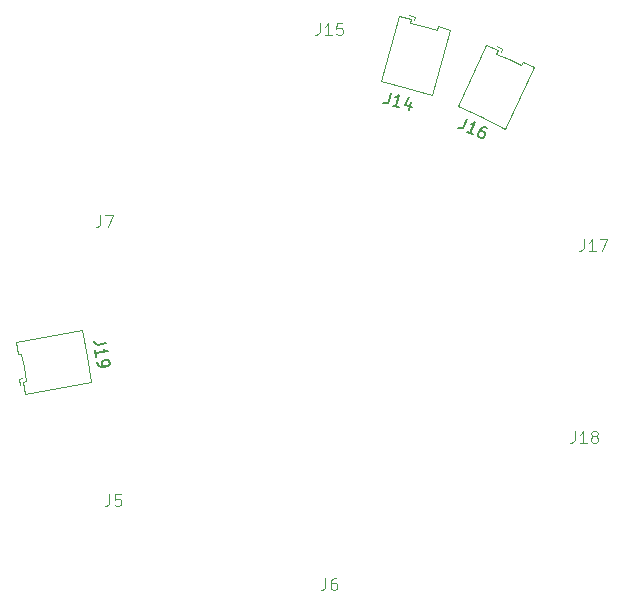
<source format=gbr>
%TF.GenerationSoftware,KiCad,Pcbnew,7.0.6*%
%TF.CreationDate,2023-12-22T17:32:37+03:00*%
%TF.ProjectId,_____ _______,1f3b3042-3020-43e3-913c-3e423e3a2e6b,rev?*%
%TF.SameCoordinates,Original*%
%TF.FileFunction,Legend,Top*%
%TF.FilePolarity,Positive*%
%FSLAX46Y46*%
G04 Gerber Fmt 4.6, Leading zero omitted, Abs format (unit mm)*
G04 Created by KiCad (PCBNEW 7.0.6) date 2023-12-22 17:32:37*
%MOMM*%
%LPD*%
G01*
G04 APERTURE LIST*
%ADD10C,0.150000*%
%ADD11C,0.100000*%
%ADD12C,0.120000*%
G04 APERTURE END LIST*
D10*
X63134326Y-96390105D02*
X62430892Y-96514139D01*
X62430892Y-96514139D02*
X62281936Y-96492051D01*
X62281936Y-96492051D02*
X62171607Y-96414797D01*
X62171607Y-96414797D02*
X62099904Y-96282379D01*
X62099904Y-96282379D02*
X62083366Y-96188588D01*
X62323166Y-97548561D02*
X62223939Y-96985814D01*
X62273552Y-97267187D02*
X63258360Y-97093539D01*
X63258360Y-97093539D02*
X63101135Y-97024555D01*
X63101135Y-97024555D02*
X62990806Y-96947302D01*
X62990806Y-96947302D02*
X62927373Y-96861779D01*
X62405856Y-98017517D02*
X62438932Y-98205100D01*
X62438932Y-98205100D02*
X62502365Y-98290622D01*
X62502365Y-98290622D02*
X62557530Y-98329248D01*
X62557530Y-98329248D02*
X62714754Y-98398233D01*
X62714754Y-98398233D02*
X62910606Y-98412053D01*
X62910606Y-98412053D02*
X63285771Y-98345901D01*
X63285771Y-98345901D02*
X63371293Y-98282467D01*
X63371293Y-98282467D02*
X63409920Y-98227303D01*
X63409920Y-98227303D02*
X63440277Y-98125243D01*
X63440277Y-98125243D02*
X63407201Y-97937660D01*
X63407201Y-97937660D02*
X63343768Y-97852138D01*
X63343768Y-97852138D02*
X63288603Y-97813511D01*
X63288603Y-97813511D02*
X63186543Y-97783154D01*
X63186543Y-97783154D02*
X62952065Y-97824498D01*
X62952065Y-97824498D02*
X62866543Y-97887932D01*
X62866543Y-97887932D02*
X62827916Y-97943096D01*
X62827916Y-97943096D02*
X62797559Y-98045157D01*
X62797559Y-98045157D02*
X62830634Y-98232739D01*
X62830634Y-98232739D02*
X62894068Y-98318261D01*
X62894068Y-98318261D02*
X62949232Y-98356888D01*
X62949232Y-98356888D02*
X63051293Y-98387246D01*
D11*
X62658666Y-85563419D02*
X62658666Y-86277704D01*
X62658666Y-86277704D02*
X62611047Y-86420561D01*
X62611047Y-86420561D02*
X62515809Y-86515800D01*
X62515809Y-86515800D02*
X62372952Y-86563419D01*
X62372952Y-86563419D02*
X62277714Y-86563419D01*
X63039619Y-85563419D02*
X63706285Y-85563419D01*
X63706285Y-85563419D02*
X63277714Y-86563419D01*
D10*
X87243163Y-75209875D02*
X87058292Y-75899822D01*
X87058292Y-75899822D02*
X86975322Y-76025487D01*
X86975322Y-76025487D02*
X86858679Y-76092830D01*
X86858679Y-76092830D02*
X86708365Y-76101853D01*
X86708365Y-76101853D02*
X86616372Y-76077203D01*
X87950270Y-76434620D02*
X87398312Y-76286723D01*
X87674291Y-76360672D02*
X87933110Y-75394746D01*
X87933110Y-75394746D02*
X87804143Y-75508086D01*
X87804143Y-75508086D02*
X87687501Y-75575429D01*
X87687501Y-75575429D02*
X87583183Y-75596776D01*
X88950753Y-76012514D02*
X88778207Y-76656465D01*
X88819368Y-75582919D02*
X88404515Y-76211242D01*
X88404515Y-76211242D02*
X89002469Y-76371464D01*
D11*
X103584476Y-87595419D02*
X103584476Y-88309704D01*
X103584476Y-88309704D02*
X103536857Y-88452561D01*
X103536857Y-88452561D02*
X103441619Y-88547800D01*
X103441619Y-88547800D02*
X103298762Y-88595419D01*
X103298762Y-88595419D02*
X103203524Y-88595419D01*
X104584476Y-88595419D02*
X104013048Y-88595419D01*
X104298762Y-88595419D02*
X104298762Y-87595419D01*
X104298762Y-87595419D02*
X104203524Y-87738276D01*
X104203524Y-87738276D02*
X104108286Y-87833514D01*
X104108286Y-87833514D02*
X104013048Y-87881133D01*
X104917810Y-87595419D02*
X105584476Y-87595419D01*
X105584476Y-87595419D02*
X105155905Y-88595419D01*
X81232476Y-69307419D02*
X81232476Y-70021704D01*
X81232476Y-70021704D02*
X81184857Y-70164561D01*
X81184857Y-70164561D02*
X81089619Y-70259800D01*
X81089619Y-70259800D02*
X80946762Y-70307419D01*
X80946762Y-70307419D02*
X80851524Y-70307419D01*
X82232476Y-70307419D02*
X81661048Y-70307419D01*
X81946762Y-70307419D02*
X81946762Y-69307419D01*
X81946762Y-69307419D02*
X81851524Y-69450276D01*
X81851524Y-69450276D02*
X81756286Y-69545514D01*
X81756286Y-69545514D02*
X81661048Y-69593133D01*
X83137238Y-69307419D02*
X82661048Y-69307419D01*
X82661048Y-69307419D02*
X82613429Y-69783609D01*
X82613429Y-69783609D02*
X82661048Y-69735990D01*
X82661048Y-69735990D02*
X82756286Y-69688371D01*
X82756286Y-69688371D02*
X82994381Y-69688371D01*
X82994381Y-69688371D02*
X83089619Y-69735990D01*
X83089619Y-69735990D02*
X83137238Y-69783609D01*
X83137238Y-69783609D02*
X83184857Y-69878847D01*
X83184857Y-69878847D02*
X83184857Y-70116942D01*
X83184857Y-70116942D02*
X83137238Y-70212180D01*
X83137238Y-70212180D02*
X83089619Y-70259800D01*
X83089619Y-70259800D02*
X82994381Y-70307419D01*
X82994381Y-70307419D02*
X82756286Y-70307419D01*
X82756286Y-70307419D02*
X82661048Y-70259800D01*
X82661048Y-70259800D02*
X82613429Y-70212180D01*
X81708666Y-116297419D02*
X81708666Y-117011704D01*
X81708666Y-117011704D02*
X81661047Y-117154561D01*
X81661047Y-117154561D02*
X81565809Y-117249800D01*
X81565809Y-117249800D02*
X81422952Y-117297419D01*
X81422952Y-117297419D02*
X81327714Y-117297419D01*
X82613428Y-116297419D02*
X82422952Y-116297419D01*
X82422952Y-116297419D02*
X82327714Y-116345038D01*
X82327714Y-116345038D02*
X82280095Y-116392657D01*
X82280095Y-116392657D02*
X82184857Y-116535514D01*
X82184857Y-116535514D02*
X82137238Y-116725990D01*
X82137238Y-116725990D02*
X82137238Y-117106942D01*
X82137238Y-117106942D02*
X82184857Y-117202180D01*
X82184857Y-117202180D02*
X82232476Y-117249800D01*
X82232476Y-117249800D02*
X82327714Y-117297419D01*
X82327714Y-117297419D02*
X82518190Y-117297419D01*
X82518190Y-117297419D02*
X82613428Y-117249800D01*
X82613428Y-117249800D02*
X82661047Y-117202180D01*
X82661047Y-117202180D02*
X82708666Y-117106942D01*
X82708666Y-117106942D02*
X82708666Y-116868847D01*
X82708666Y-116868847D02*
X82661047Y-116773609D01*
X82661047Y-116773609D02*
X82613428Y-116725990D01*
X82613428Y-116725990D02*
X82518190Y-116678371D01*
X82518190Y-116678371D02*
X82327714Y-116678371D01*
X82327714Y-116678371D02*
X82232476Y-116725990D01*
X82232476Y-116725990D02*
X82184857Y-116773609D01*
X82184857Y-116773609D02*
X82137238Y-116868847D01*
X63420666Y-109185419D02*
X63420666Y-109899704D01*
X63420666Y-109899704D02*
X63373047Y-110042561D01*
X63373047Y-110042561D02*
X63277809Y-110137800D01*
X63277809Y-110137800D02*
X63134952Y-110185419D01*
X63134952Y-110185419D02*
X63039714Y-110185419D01*
X64373047Y-109185419D02*
X63896857Y-109185419D01*
X63896857Y-109185419D02*
X63849238Y-109661609D01*
X63849238Y-109661609D02*
X63896857Y-109613990D01*
X63896857Y-109613990D02*
X63992095Y-109566371D01*
X63992095Y-109566371D02*
X64230190Y-109566371D01*
X64230190Y-109566371D02*
X64325428Y-109613990D01*
X64325428Y-109613990D02*
X64373047Y-109661609D01*
X64373047Y-109661609D02*
X64420666Y-109756847D01*
X64420666Y-109756847D02*
X64420666Y-109994942D01*
X64420666Y-109994942D02*
X64373047Y-110090180D01*
X64373047Y-110090180D02*
X64325428Y-110137800D01*
X64325428Y-110137800D02*
X64230190Y-110185419D01*
X64230190Y-110185419D02*
X63992095Y-110185419D01*
X63992095Y-110185419D02*
X63896857Y-110137800D01*
X63896857Y-110137800D02*
X63849238Y-110090180D01*
D10*
X93730725Y-77395778D02*
X93428855Y-78043141D01*
X93428855Y-78043141D02*
X93325324Y-78152489D01*
X93325324Y-78152489D02*
X93198759Y-78198555D01*
X93198759Y-78198555D02*
X93049162Y-78181338D01*
X93049162Y-78181338D02*
X92962847Y-78141089D01*
X94214415Y-78724705D02*
X93696525Y-78483208D01*
X93955470Y-78603956D02*
X94378088Y-77697649D01*
X94378088Y-77697649D02*
X94231399Y-77786872D01*
X94231399Y-77786872D02*
X94104835Y-77832937D01*
X94104835Y-77832937D02*
X93998395Y-77835846D01*
X95413869Y-78180641D02*
X95241239Y-78100142D01*
X95241239Y-78100142D02*
X95134799Y-78103050D01*
X95134799Y-78103050D02*
X95071517Y-78126083D01*
X95071517Y-78126083D02*
X94924828Y-78215306D01*
X94924828Y-78215306D02*
X94801172Y-78367812D01*
X94801172Y-78367812D02*
X94640174Y-78713072D01*
X94640174Y-78713072D02*
X94643082Y-78819512D01*
X94643082Y-78819512D02*
X94666115Y-78882794D01*
X94666115Y-78882794D02*
X94732305Y-78966201D01*
X94732305Y-78966201D02*
X94904935Y-79046699D01*
X94904935Y-79046699D02*
X95011375Y-79043791D01*
X95011375Y-79043791D02*
X95074657Y-79020758D01*
X95074657Y-79020758D02*
X95158064Y-78954568D01*
X95158064Y-78954568D02*
X95258688Y-78738780D01*
X95258688Y-78738780D02*
X95255780Y-78632341D01*
X95255780Y-78632341D02*
X95232747Y-78569059D01*
X95232747Y-78569059D02*
X95166556Y-78485652D01*
X95166556Y-78485652D02*
X94993926Y-78405153D01*
X94993926Y-78405153D02*
X94887487Y-78408061D01*
X94887487Y-78408061D02*
X94824204Y-78431094D01*
X94824204Y-78431094D02*
X94740798Y-78497284D01*
D11*
X102822476Y-103851419D02*
X102822476Y-104565704D01*
X102822476Y-104565704D02*
X102774857Y-104708561D01*
X102774857Y-104708561D02*
X102679619Y-104803800D01*
X102679619Y-104803800D02*
X102536762Y-104851419D01*
X102536762Y-104851419D02*
X102441524Y-104851419D01*
X103822476Y-104851419D02*
X103251048Y-104851419D01*
X103536762Y-104851419D02*
X103536762Y-103851419D01*
X103536762Y-103851419D02*
X103441524Y-103994276D01*
X103441524Y-103994276D02*
X103346286Y-104089514D01*
X103346286Y-104089514D02*
X103251048Y-104137133D01*
X104393905Y-104279990D02*
X104298667Y-104232371D01*
X104298667Y-104232371D02*
X104251048Y-104184752D01*
X104251048Y-104184752D02*
X104203429Y-104089514D01*
X104203429Y-104089514D02*
X104203429Y-104041895D01*
X104203429Y-104041895D02*
X104251048Y-103946657D01*
X104251048Y-103946657D02*
X104298667Y-103899038D01*
X104298667Y-103899038D02*
X104393905Y-103851419D01*
X104393905Y-103851419D02*
X104584381Y-103851419D01*
X104584381Y-103851419D02*
X104679619Y-103899038D01*
X104679619Y-103899038D02*
X104727238Y-103946657D01*
X104727238Y-103946657D02*
X104774857Y-104041895D01*
X104774857Y-104041895D02*
X104774857Y-104089514D01*
X104774857Y-104089514D02*
X104727238Y-104184752D01*
X104727238Y-104184752D02*
X104679619Y-104232371D01*
X104679619Y-104232371D02*
X104584381Y-104279990D01*
X104584381Y-104279990D02*
X104393905Y-104279990D01*
X104393905Y-104279990D02*
X104298667Y-104327609D01*
X104298667Y-104327609D02*
X104251048Y-104375228D01*
X104251048Y-104375228D02*
X104203429Y-104470466D01*
X104203429Y-104470466D02*
X104203429Y-104660942D01*
X104203429Y-104660942D02*
X104251048Y-104756180D01*
X104251048Y-104756180D02*
X104298667Y-104803800D01*
X104298667Y-104803800D02*
X104393905Y-104851419D01*
X104393905Y-104851419D02*
X104584381Y-104851419D01*
X104584381Y-104851419D02*
X104679619Y-104803800D01*
X104679619Y-104803800D02*
X104727238Y-104756180D01*
X104727238Y-104756180D02*
X104774857Y-104660942D01*
X104774857Y-104660942D02*
X104774857Y-104470466D01*
X104774857Y-104470466D02*
X104727238Y-104375228D01*
X104727238Y-104375228D02*
X104679619Y-104327609D01*
X104679619Y-104327609D02*
X104584381Y-104279990D01*
D12*
%TO.C,J19*%
X56245554Y-100698265D02*
X61878654Y-99704998D01*
X61878654Y-99704998D02*
X61490550Y-97503952D01*
X56059750Y-99644521D02*
X56245554Y-100698265D01*
X56355192Y-99592427D02*
X56059750Y-99644521D01*
X55723798Y-99409285D02*
X55810622Y-99901689D01*
X56019240Y-99357190D02*
X55723798Y-99409285D01*
X56152892Y-98445126D02*
X56355192Y-99592427D01*
X56152892Y-98445126D02*
X55950592Y-97297825D01*
X55655150Y-97349919D02*
X55469346Y-96296175D01*
X55950592Y-97297825D02*
X55655150Y-97349919D01*
X55469346Y-96296175D02*
X61102447Y-95302907D01*
X61102447Y-95302907D02*
X61490550Y-97503952D01*
%TO.C,J14*%
X87913984Y-68705769D02*
X86433539Y-74230865D01*
X86433539Y-74230865D02*
X88592383Y-74809326D01*
X88947524Y-68982706D02*
X87913984Y-68705769D01*
X88869878Y-69272484D02*
X88947524Y-68982706D01*
X89302700Y-68777645D02*
X88819737Y-68648235D01*
X89225054Y-69067423D02*
X89302700Y-68777645D01*
X89995182Y-69574008D02*
X88869878Y-69272484D01*
X89995182Y-69574008D02*
X91120486Y-69875532D01*
X91198131Y-69585754D02*
X92231672Y-69862691D01*
X91120486Y-69875532D02*
X91198131Y-69585754D01*
X92231672Y-69862691D02*
X90751227Y-75387786D01*
X90751227Y-75387786D02*
X88592383Y-74809326D01*
%TO.C,J16*%
X95311976Y-71159681D02*
X92894599Y-76343761D01*
X92894599Y-76343761D02*
X94920197Y-77288313D01*
X96281725Y-71611882D02*
X95311976Y-71159681D01*
X96154940Y-71883774D02*
X96281725Y-71611882D01*
X96667114Y-71471612D02*
X96213960Y-71260303D01*
X96540328Y-71743504D02*
X96667114Y-71471612D01*
X97210788Y-72376125D02*
X96154940Y-71883774D01*
X97210788Y-72376125D02*
X98266637Y-72868475D01*
X98393422Y-72596583D02*
X99363171Y-73048784D01*
X98266637Y-72868475D02*
X98393422Y-72596583D01*
X99363171Y-73048784D02*
X96945795Y-78232865D01*
X96945795Y-78232865D02*
X94920197Y-77288313D01*
%TD*%
M02*

</source>
